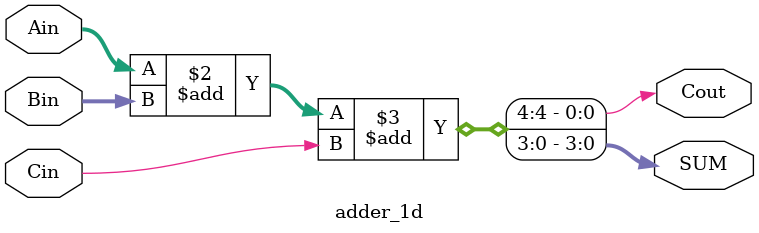
<source format=sv>
module adder_1d (Ain,Bin,Cin,SUM,Cout);
input reg [3:0] Ain,Bin;
input reg Cin; 
output reg [3:0] SUM;
output reg Cout;

always_comb 
begin
	{Cout,SUM}=Ain+Bin+Cin;
end

endmodule

</source>
